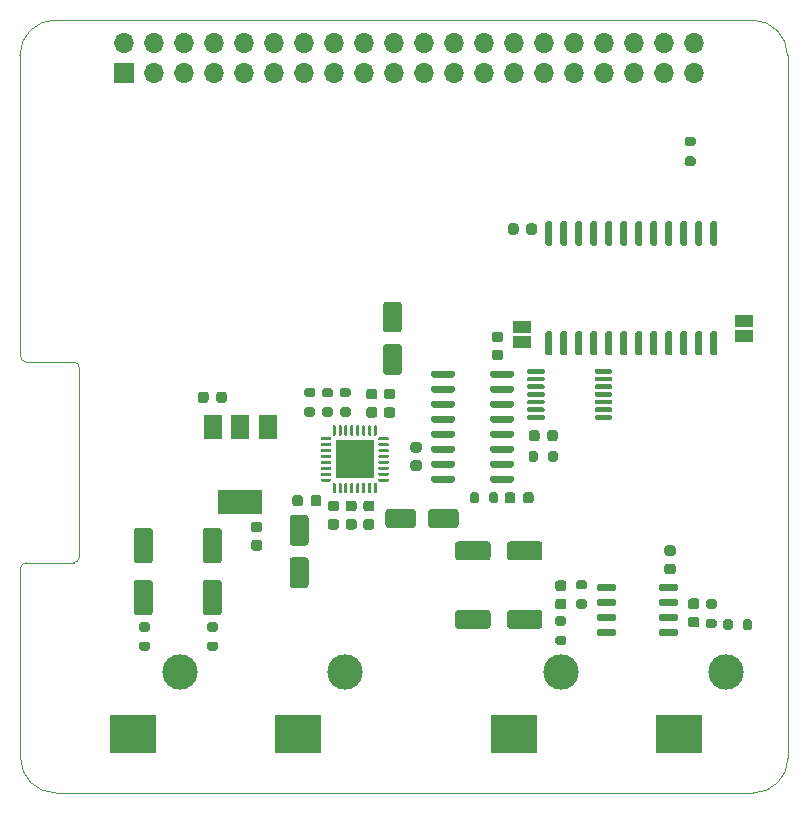
<source format=gts>
G04 #@! TF.GenerationSoftware,KiCad,Pcbnew,5.1.9+dfsg1-1*
G04 #@! TF.CreationDate,2021-11-16T15:54:50+11:00*
G04 #@! TF.ProjectId,RAMPlatterHybrid,52414d50-6c61-4747-9465-724879627269,rev?*
G04 #@! TF.SameCoordinates,Original*
G04 #@! TF.FileFunction,Soldermask,Top*
G04 #@! TF.FilePolarity,Negative*
%FSLAX45Y45*%
G04 Gerber Fmt 4.5, Leading zero omitted, Abs format (unit mm)*
G04 Created by KiCad (PCBNEW 5.1.9+dfsg1-1) date 2021-11-16 15:54:50*
%MOMM*%
%LPD*%
G01*
G04 APERTURE LIST*
G04 #@! TA.AperFunction,Profile*
%ADD10C,0.100000*%
G04 #@! TD*
%ADD11R,4.000000X3.200000*%
%ADD12C,3.000000*%
%ADD13R,3.800000X2.000000*%
%ADD14R,1.500000X2.000000*%
%ADD15R,3.300000X3.300000*%
%ADD16R,1.500000X1.000000*%
%ADD17R,1.700000X1.700000*%
%ADD18O,1.700000X1.700000*%
G04 APERTURE END LIST*
D10*
X20000000Y-9700000D02*
X19995000Y-8755000D01*
X26500000Y-9700000D02*
X26495000Y-8755000D01*
X20049913Y-13050000D02*
G75*
G03*
X20000000Y-13100000I87J-50000D01*
G01*
X20450000Y-13050000D02*
G75*
G03*
X20500000Y-13000000I0J50000D01*
G01*
X20000000Y-11300000D02*
G75*
G03*
X20050000Y-11350000I50000J0D01*
G01*
X20500000Y-11400000D02*
G75*
G03*
X20450000Y-11350000I-50000J0D01*
G01*
X20000000Y-9700000D02*
X20000000Y-11300000D01*
X26495000Y-8755000D02*
G75*
G03*
X26195000Y-8455000I-300000J0D01*
G01*
X26200000Y-15000000D02*
G75*
G03*
X26500000Y-14700000I0J300000D01*
G01*
X20000000Y-14700000D02*
G75*
G03*
X20300000Y-15000000I300000J0D01*
G01*
X20295000Y-8455000D02*
G75*
G03*
X19995000Y-8755000I0J-300000D01*
G01*
X26195000Y-8455000D02*
X20295000Y-8455000D01*
X20450000Y-13050000D02*
X20050000Y-13050000D01*
X20500000Y-11400000D02*
X20500000Y-13000000D01*
X20050000Y-11350000D02*
X20450000Y-11350000D01*
X26500000Y-14700000D02*
X26500000Y-9700000D01*
X20300000Y-15000000D02*
X26200000Y-15000000D01*
X20000000Y-13100000D02*
X20000000Y-14700000D01*
D11*
X22350000Y-14500000D03*
X20950000Y-14500000D03*
D12*
X22750000Y-13975000D03*
X21350000Y-13975000D03*
G36*
G01*
X24489000Y-11295000D02*
X24459000Y-11295000D01*
G75*
G02*
X24444000Y-11280000I0J15000D01*
G01*
X24444000Y-11105000D01*
G75*
G02*
X24459000Y-11090000I15000J0D01*
G01*
X24489000Y-11090000D01*
G75*
G02*
X24504000Y-11105000I0J-15000D01*
G01*
X24504000Y-11280000D01*
G75*
G02*
X24489000Y-11295000I-15000J0D01*
G01*
G37*
G36*
G01*
X24616000Y-11295000D02*
X24586000Y-11295000D01*
G75*
G02*
X24571000Y-11280000I0J15000D01*
G01*
X24571000Y-11105000D01*
G75*
G02*
X24586000Y-11090000I15000J0D01*
G01*
X24616000Y-11090000D01*
G75*
G02*
X24631000Y-11105000I0J-15000D01*
G01*
X24631000Y-11280000D01*
G75*
G02*
X24616000Y-11295000I-15000J0D01*
G01*
G37*
G36*
G01*
X24743000Y-11295000D02*
X24713000Y-11295000D01*
G75*
G02*
X24698000Y-11280000I0J15000D01*
G01*
X24698000Y-11105000D01*
G75*
G02*
X24713000Y-11090000I15000J0D01*
G01*
X24743000Y-11090000D01*
G75*
G02*
X24758000Y-11105000I0J-15000D01*
G01*
X24758000Y-11280000D01*
G75*
G02*
X24743000Y-11295000I-15000J0D01*
G01*
G37*
G36*
G01*
X24870000Y-11295000D02*
X24840000Y-11295000D01*
G75*
G02*
X24825000Y-11280000I0J15000D01*
G01*
X24825000Y-11105000D01*
G75*
G02*
X24840000Y-11090000I15000J0D01*
G01*
X24870000Y-11090000D01*
G75*
G02*
X24885000Y-11105000I0J-15000D01*
G01*
X24885000Y-11280000D01*
G75*
G02*
X24870000Y-11295000I-15000J0D01*
G01*
G37*
G36*
G01*
X24997000Y-11295000D02*
X24967000Y-11295000D01*
G75*
G02*
X24952000Y-11280000I0J15000D01*
G01*
X24952000Y-11105000D01*
G75*
G02*
X24967000Y-11090000I15000J0D01*
G01*
X24997000Y-11090000D01*
G75*
G02*
X25012000Y-11105000I0J-15000D01*
G01*
X25012000Y-11280000D01*
G75*
G02*
X24997000Y-11295000I-15000J0D01*
G01*
G37*
G36*
G01*
X25124000Y-11295000D02*
X25094000Y-11295000D01*
G75*
G02*
X25079000Y-11280000I0J15000D01*
G01*
X25079000Y-11105000D01*
G75*
G02*
X25094000Y-11090000I15000J0D01*
G01*
X25124000Y-11090000D01*
G75*
G02*
X25139000Y-11105000I0J-15000D01*
G01*
X25139000Y-11280000D01*
G75*
G02*
X25124000Y-11295000I-15000J0D01*
G01*
G37*
G36*
G01*
X25251000Y-11295000D02*
X25221000Y-11295000D01*
G75*
G02*
X25206000Y-11280000I0J15000D01*
G01*
X25206000Y-11105000D01*
G75*
G02*
X25221000Y-11090000I15000J0D01*
G01*
X25251000Y-11090000D01*
G75*
G02*
X25266000Y-11105000I0J-15000D01*
G01*
X25266000Y-11280000D01*
G75*
G02*
X25251000Y-11295000I-15000J0D01*
G01*
G37*
G36*
G01*
X25378000Y-11295000D02*
X25348000Y-11295000D01*
G75*
G02*
X25333000Y-11280000I0J15000D01*
G01*
X25333000Y-11105000D01*
G75*
G02*
X25348000Y-11090000I15000J0D01*
G01*
X25378000Y-11090000D01*
G75*
G02*
X25393000Y-11105000I0J-15000D01*
G01*
X25393000Y-11280000D01*
G75*
G02*
X25378000Y-11295000I-15000J0D01*
G01*
G37*
G36*
G01*
X25505000Y-11295000D02*
X25475000Y-11295000D01*
G75*
G02*
X25460000Y-11280000I0J15000D01*
G01*
X25460000Y-11105000D01*
G75*
G02*
X25475000Y-11090000I15000J0D01*
G01*
X25505000Y-11090000D01*
G75*
G02*
X25520000Y-11105000I0J-15000D01*
G01*
X25520000Y-11280000D01*
G75*
G02*
X25505000Y-11295000I-15000J0D01*
G01*
G37*
G36*
G01*
X25632000Y-11295000D02*
X25602000Y-11295000D01*
G75*
G02*
X25587000Y-11280000I0J15000D01*
G01*
X25587000Y-11105000D01*
G75*
G02*
X25602000Y-11090000I15000J0D01*
G01*
X25632000Y-11090000D01*
G75*
G02*
X25647000Y-11105000I0J-15000D01*
G01*
X25647000Y-11280000D01*
G75*
G02*
X25632000Y-11295000I-15000J0D01*
G01*
G37*
G36*
G01*
X25759000Y-11295000D02*
X25729000Y-11295000D01*
G75*
G02*
X25714000Y-11280000I0J15000D01*
G01*
X25714000Y-11105000D01*
G75*
G02*
X25729000Y-11090000I15000J0D01*
G01*
X25759000Y-11090000D01*
G75*
G02*
X25774000Y-11105000I0J-15000D01*
G01*
X25774000Y-11280000D01*
G75*
G02*
X25759000Y-11295000I-15000J0D01*
G01*
G37*
G36*
G01*
X25886000Y-11295000D02*
X25856000Y-11295000D01*
G75*
G02*
X25841000Y-11280000I0J15000D01*
G01*
X25841000Y-11105000D01*
G75*
G02*
X25856000Y-11090000I15000J0D01*
G01*
X25886000Y-11090000D01*
G75*
G02*
X25901000Y-11105000I0J-15000D01*
G01*
X25901000Y-11280000D01*
G75*
G02*
X25886000Y-11295000I-15000J0D01*
G01*
G37*
G36*
G01*
X25886000Y-10365000D02*
X25856000Y-10365000D01*
G75*
G02*
X25841000Y-10350000I0J15000D01*
G01*
X25841000Y-10175000D01*
G75*
G02*
X25856000Y-10160000I15000J0D01*
G01*
X25886000Y-10160000D01*
G75*
G02*
X25901000Y-10175000I0J-15000D01*
G01*
X25901000Y-10350000D01*
G75*
G02*
X25886000Y-10365000I-15000J0D01*
G01*
G37*
G36*
G01*
X25759000Y-10365000D02*
X25729000Y-10365000D01*
G75*
G02*
X25714000Y-10350000I0J15000D01*
G01*
X25714000Y-10175000D01*
G75*
G02*
X25729000Y-10160000I15000J0D01*
G01*
X25759000Y-10160000D01*
G75*
G02*
X25774000Y-10175000I0J-15000D01*
G01*
X25774000Y-10350000D01*
G75*
G02*
X25759000Y-10365000I-15000J0D01*
G01*
G37*
G36*
G01*
X25632000Y-10365000D02*
X25602000Y-10365000D01*
G75*
G02*
X25587000Y-10350000I0J15000D01*
G01*
X25587000Y-10175000D01*
G75*
G02*
X25602000Y-10160000I15000J0D01*
G01*
X25632000Y-10160000D01*
G75*
G02*
X25647000Y-10175000I0J-15000D01*
G01*
X25647000Y-10350000D01*
G75*
G02*
X25632000Y-10365000I-15000J0D01*
G01*
G37*
G36*
G01*
X25505000Y-10365000D02*
X25475000Y-10365000D01*
G75*
G02*
X25460000Y-10350000I0J15000D01*
G01*
X25460000Y-10175000D01*
G75*
G02*
X25475000Y-10160000I15000J0D01*
G01*
X25505000Y-10160000D01*
G75*
G02*
X25520000Y-10175000I0J-15000D01*
G01*
X25520000Y-10350000D01*
G75*
G02*
X25505000Y-10365000I-15000J0D01*
G01*
G37*
G36*
G01*
X25378000Y-10365000D02*
X25348000Y-10365000D01*
G75*
G02*
X25333000Y-10350000I0J15000D01*
G01*
X25333000Y-10175000D01*
G75*
G02*
X25348000Y-10160000I15000J0D01*
G01*
X25378000Y-10160000D01*
G75*
G02*
X25393000Y-10175000I0J-15000D01*
G01*
X25393000Y-10350000D01*
G75*
G02*
X25378000Y-10365000I-15000J0D01*
G01*
G37*
G36*
G01*
X25251000Y-10365000D02*
X25221000Y-10365000D01*
G75*
G02*
X25206000Y-10350000I0J15000D01*
G01*
X25206000Y-10175000D01*
G75*
G02*
X25221000Y-10160000I15000J0D01*
G01*
X25251000Y-10160000D01*
G75*
G02*
X25266000Y-10175000I0J-15000D01*
G01*
X25266000Y-10350000D01*
G75*
G02*
X25251000Y-10365000I-15000J0D01*
G01*
G37*
G36*
G01*
X25124000Y-10365000D02*
X25094000Y-10365000D01*
G75*
G02*
X25079000Y-10350000I0J15000D01*
G01*
X25079000Y-10175000D01*
G75*
G02*
X25094000Y-10160000I15000J0D01*
G01*
X25124000Y-10160000D01*
G75*
G02*
X25139000Y-10175000I0J-15000D01*
G01*
X25139000Y-10350000D01*
G75*
G02*
X25124000Y-10365000I-15000J0D01*
G01*
G37*
G36*
G01*
X24997000Y-10365000D02*
X24967000Y-10365000D01*
G75*
G02*
X24952000Y-10350000I0J15000D01*
G01*
X24952000Y-10175000D01*
G75*
G02*
X24967000Y-10160000I15000J0D01*
G01*
X24997000Y-10160000D01*
G75*
G02*
X25012000Y-10175000I0J-15000D01*
G01*
X25012000Y-10350000D01*
G75*
G02*
X24997000Y-10365000I-15000J0D01*
G01*
G37*
G36*
G01*
X24870000Y-10365000D02*
X24840000Y-10365000D01*
G75*
G02*
X24825000Y-10350000I0J15000D01*
G01*
X24825000Y-10175000D01*
G75*
G02*
X24840000Y-10160000I15000J0D01*
G01*
X24870000Y-10160000D01*
G75*
G02*
X24885000Y-10175000I0J-15000D01*
G01*
X24885000Y-10350000D01*
G75*
G02*
X24870000Y-10365000I-15000J0D01*
G01*
G37*
G36*
G01*
X24743000Y-10365000D02*
X24713000Y-10365000D01*
G75*
G02*
X24698000Y-10350000I0J15000D01*
G01*
X24698000Y-10175000D01*
G75*
G02*
X24713000Y-10160000I15000J0D01*
G01*
X24743000Y-10160000D01*
G75*
G02*
X24758000Y-10175000I0J-15000D01*
G01*
X24758000Y-10350000D01*
G75*
G02*
X24743000Y-10365000I-15000J0D01*
G01*
G37*
G36*
G01*
X24616000Y-10365000D02*
X24586000Y-10365000D01*
G75*
G02*
X24571000Y-10350000I0J15000D01*
G01*
X24571000Y-10175000D01*
G75*
G02*
X24586000Y-10160000I15000J0D01*
G01*
X24616000Y-10160000D01*
G75*
G02*
X24631000Y-10175000I0J-15000D01*
G01*
X24631000Y-10350000D01*
G75*
G02*
X24616000Y-10365000I-15000J0D01*
G01*
G37*
G36*
G01*
X24489000Y-10365000D02*
X24459000Y-10365000D01*
G75*
G02*
X24444000Y-10350000I0J15000D01*
G01*
X24444000Y-10175000D01*
G75*
G02*
X24459000Y-10160000I15000J0D01*
G01*
X24489000Y-10160000D01*
G75*
G02*
X24504000Y-10175000I0J-15000D01*
G01*
X24504000Y-10350000D01*
G75*
G02*
X24489000Y-10365000I-15000J0D01*
G01*
G37*
G36*
G01*
X21652500Y-13797500D02*
X21597500Y-13797500D01*
G75*
G02*
X21577500Y-13777500I0J20000D01*
G01*
X21577500Y-13737500D01*
G75*
G02*
X21597500Y-13717500I20000J0D01*
G01*
X21652500Y-13717500D01*
G75*
G02*
X21672500Y-13737500I0J-20000D01*
G01*
X21672500Y-13777500D01*
G75*
G02*
X21652500Y-13797500I-20000J0D01*
G01*
G37*
G36*
G01*
X21652500Y-13632500D02*
X21597500Y-13632500D01*
G75*
G02*
X21577500Y-13612500I0J20000D01*
G01*
X21577500Y-13572500D01*
G75*
G02*
X21597500Y-13552500I20000J0D01*
G01*
X21652500Y-13552500D01*
G75*
G02*
X21672500Y-13572500I0J-20000D01*
G01*
X21672500Y-13612500D01*
G75*
G02*
X21652500Y-13632500I-20000J0D01*
G01*
G37*
G36*
G01*
X21077500Y-13632500D02*
X21022500Y-13632500D01*
G75*
G02*
X21002500Y-13612500I0J20000D01*
G01*
X21002500Y-13572500D01*
G75*
G02*
X21022500Y-13552500I20000J0D01*
G01*
X21077500Y-13552500D01*
G75*
G02*
X21097500Y-13572500I0J-20000D01*
G01*
X21097500Y-13612500D01*
G75*
G02*
X21077500Y-13632500I-20000J0D01*
G01*
G37*
G36*
G01*
X21077500Y-13797500D02*
X21022500Y-13797500D01*
G75*
G02*
X21002500Y-13777500I0J20000D01*
G01*
X21002500Y-13737500D01*
G75*
G02*
X21022500Y-13717500I20000J0D01*
G01*
X21077500Y-13717500D01*
G75*
G02*
X21097500Y-13737500I0J-20000D01*
G01*
X21097500Y-13777500D01*
G75*
G02*
X21077500Y-13797500I-20000J0D01*
G01*
G37*
G36*
G01*
X22477500Y-11815000D02*
X22422500Y-11815000D01*
G75*
G02*
X22402500Y-11795000I0J20000D01*
G01*
X22402500Y-11755000D01*
G75*
G02*
X22422500Y-11735000I20000J0D01*
G01*
X22477500Y-11735000D01*
G75*
G02*
X22497500Y-11755000I0J-20000D01*
G01*
X22497500Y-11795000D01*
G75*
G02*
X22477500Y-11815000I-20000J0D01*
G01*
G37*
G36*
G01*
X22477500Y-11650000D02*
X22422500Y-11650000D01*
G75*
G02*
X22402500Y-11630000I0J20000D01*
G01*
X22402500Y-11590000D01*
G75*
G02*
X22422500Y-11570000I20000J0D01*
G01*
X22477500Y-11570000D01*
G75*
G02*
X22497500Y-11590000I0J-20000D01*
G01*
X22497500Y-11630000D01*
G75*
G02*
X22477500Y-11650000I-20000J0D01*
G01*
G37*
G36*
G01*
X25697500Y-9525000D02*
X25642500Y-9525000D01*
G75*
G02*
X25622500Y-9505000I0J20000D01*
G01*
X25622500Y-9465000D01*
G75*
G02*
X25642500Y-9445000I20000J0D01*
G01*
X25697500Y-9445000D01*
G75*
G02*
X25717500Y-9465000I0J-20000D01*
G01*
X25717500Y-9505000D01*
G75*
G02*
X25697500Y-9525000I-20000J0D01*
G01*
G37*
G36*
G01*
X25697500Y-9690000D02*
X25642500Y-9690000D01*
G75*
G02*
X25622500Y-9670000I0J20000D01*
G01*
X25622500Y-9630000D01*
G75*
G02*
X25642500Y-9610000I20000J0D01*
G01*
X25697500Y-9610000D01*
G75*
G02*
X25717500Y-9630000I0J-20000D01*
G01*
X25717500Y-9670000D01*
G75*
G02*
X25697500Y-9690000I-20000J0D01*
G01*
G37*
G36*
G01*
X22627500Y-11650000D02*
X22572500Y-11650000D01*
G75*
G02*
X22552500Y-11630000I0J20000D01*
G01*
X22552500Y-11590000D01*
G75*
G02*
X22572500Y-11570000I20000J0D01*
G01*
X22627500Y-11570000D01*
G75*
G02*
X22647500Y-11590000I0J-20000D01*
G01*
X22647500Y-11630000D01*
G75*
G02*
X22627500Y-11650000I-20000J0D01*
G01*
G37*
G36*
G01*
X22627500Y-11815000D02*
X22572500Y-11815000D01*
G75*
G02*
X22552500Y-11795000I0J20000D01*
G01*
X22552500Y-11755000D01*
G75*
G02*
X22572500Y-11735000I20000J0D01*
G01*
X22627500Y-11735000D01*
G75*
G02*
X22647500Y-11755000I0J-20000D01*
G01*
X22647500Y-11795000D01*
G75*
G02*
X22627500Y-11815000I-20000J0D01*
G01*
G37*
G36*
G01*
X22777500Y-11815000D02*
X22722500Y-11815000D01*
G75*
G02*
X22702500Y-11795000I0J20000D01*
G01*
X22702500Y-11755000D01*
G75*
G02*
X22722500Y-11735000I20000J0D01*
G01*
X22777500Y-11735000D01*
G75*
G02*
X22797500Y-11755000I0J-20000D01*
G01*
X22797500Y-11795000D01*
G75*
G02*
X22777500Y-11815000I-20000J0D01*
G01*
G37*
G36*
G01*
X22777500Y-11650000D02*
X22722500Y-11650000D01*
G75*
G02*
X22702500Y-11630000I0J20000D01*
G01*
X22702500Y-11590000D01*
G75*
G02*
X22722500Y-11570000I20000J0D01*
G01*
X22777500Y-11570000D01*
G75*
G02*
X22797500Y-11590000I0J-20000D01*
G01*
X22797500Y-11630000D01*
G75*
G02*
X22777500Y-11650000I-20000J0D01*
G01*
G37*
D13*
X21862500Y-12532500D03*
D14*
X21862500Y-11902500D03*
X21632500Y-11902500D03*
X22092500Y-11902500D03*
G36*
G01*
X23000000Y-11887500D02*
X23012500Y-11887500D01*
G75*
G02*
X23018750Y-11893750I0J-6250D01*
G01*
X23018750Y-11968750D01*
G75*
G02*
X23012500Y-11975000I-6250J0D01*
G01*
X23000000Y-11975000D01*
G75*
G02*
X22993750Y-11968750I0J6250D01*
G01*
X22993750Y-11893750D01*
G75*
G02*
X23000000Y-11887500I6250J0D01*
G01*
G37*
G36*
G01*
X22950000Y-11887500D02*
X22962500Y-11887500D01*
G75*
G02*
X22968750Y-11893750I0J-6250D01*
G01*
X22968750Y-11968750D01*
G75*
G02*
X22962500Y-11975000I-6250J0D01*
G01*
X22950000Y-11975000D01*
G75*
G02*
X22943750Y-11968750I0J6250D01*
G01*
X22943750Y-11893750D01*
G75*
G02*
X22950000Y-11887500I6250J0D01*
G01*
G37*
G36*
G01*
X22900000Y-11887500D02*
X22912500Y-11887500D01*
G75*
G02*
X22918750Y-11893750I0J-6250D01*
G01*
X22918750Y-11968750D01*
G75*
G02*
X22912500Y-11975000I-6250J0D01*
G01*
X22900000Y-11975000D01*
G75*
G02*
X22893750Y-11968750I0J6250D01*
G01*
X22893750Y-11893750D01*
G75*
G02*
X22900000Y-11887500I6250J0D01*
G01*
G37*
G36*
G01*
X22850000Y-11887500D02*
X22862500Y-11887500D01*
G75*
G02*
X22868750Y-11893750I0J-6250D01*
G01*
X22868750Y-11968750D01*
G75*
G02*
X22862500Y-11975000I-6250J0D01*
G01*
X22850000Y-11975000D01*
G75*
G02*
X22843750Y-11968750I0J6250D01*
G01*
X22843750Y-11893750D01*
G75*
G02*
X22850000Y-11887500I6250J0D01*
G01*
G37*
G36*
G01*
X22800000Y-11887500D02*
X22812500Y-11887500D01*
G75*
G02*
X22818750Y-11893750I0J-6250D01*
G01*
X22818750Y-11968750D01*
G75*
G02*
X22812500Y-11975000I-6250J0D01*
G01*
X22800000Y-11975000D01*
G75*
G02*
X22793750Y-11968750I0J6250D01*
G01*
X22793750Y-11893750D01*
G75*
G02*
X22800000Y-11887500I6250J0D01*
G01*
G37*
G36*
G01*
X22750000Y-11887500D02*
X22762500Y-11887500D01*
G75*
G02*
X22768750Y-11893750I0J-6250D01*
G01*
X22768750Y-11968750D01*
G75*
G02*
X22762500Y-11975000I-6250J0D01*
G01*
X22750000Y-11975000D01*
G75*
G02*
X22743750Y-11968750I0J6250D01*
G01*
X22743750Y-11893750D01*
G75*
G02*
X22750000Y-11887500I6250J0D01*
G01*
G37*
G36*
G01*
X22700000Y-11887500D02*
X22712500Y-11887500D01*
G75*
G02*
X22718750Y-11893750I0J-6250D01*
G01*
X22718750Y-11968750D01*
G75*
G02*
X22712500Y-11975000I-6250J0D01*
G01*
X22700000Y-11975000D01*
G75*
G02*
X22693750Y-11968750I0J6250D01*
G01*
X22693750Y-11893750D01*
G75*
G02*
X22700000Y-11887500I6250J0D01*
G01*
G37*
G36*
G01*
X22650000Y-11887500D02*
X22662500Y-11887500D01*
G75*
G02*
X22668750Y-11893750I0J-6250D01*
G01*
X22668750Y-11968750D01*
G75*
G02*
X22662500Y-11975000I-6250J0D01*
G01*
X22650000Y-11975000D01*
G75*
G02*
X22643750Y-11968750I0J6250D01*
G01*
X22643750Y-11893750D01*
G75*
G02*
X22650000Y-11887500I6250J0D01*
G01*
G37*
G36*
G01*
X22550000Y-11987500D02*
X22625000Y-11987500D01*
G75*
G02*
X22631250Y-11993750I0J-6250D01*
G01*
X22631250Y-12006250D01*
G75*
G02*
X22625000Y-12012500I-6250J0D01*
G01*
X22550000Y-12012500D01*
G75*
G02*
X22543750Y-12006250I0J6250D01*
G01*
X22543750Y-11993750D01*
G75*
G02*
X22550000Y-11987500I6250J0D01*
G01*
G37*
G36*
G01*
X22550000Y-12037500D02*
X22625000Y-12037500D01*
G75*
G02*
X22631250Y-12043750I0J-6250D01*
G01*
X22631250Y-12056250D01*
G75*
G02*
X22625000Y-12062500I-6250J0D01*
G01*
X22550000Y-12062500D01*
G75*
G02*
X22543750Y-12056250I0J6250D01*
G01*
X22543750Y-12043750D01*
G75*
G02*
X22550000Y-12037500I6250J0D01*
G01*
G37*
G36*
G01*
X22550000Y-12087500D02*
X22625000Y-12087500D01*
G75*
G02*
X22631250Y-12093750I0J-6250D01*
G01*
X22631250Y-12106250D01*
G75*
G02*
X22625000Y-12112500I-6250J0D01*
G01*
X22550000Y-12112500D01*
G75*
G02*
X22543750Y-12106250I0J6250D01*
G01*
X22543750Y-12093750D01*
G75*
G02*
X22550000Y-12087500I6250J0D01*
G01*
G37*
G36*
G01*
X22550000Y-12137500D02*
X22625000Y-12137500D01*
G75*
G02*
X22631250Y-12143750I0J-6250D01*
G01*
X22631250Y-12156250D01*
G75*
G02*
X22625000Y-12162500I-6250J0D01*
G01*
X22550000Y-12162500D01*
G75*
G02*
X22543750Y-12156250I0J6250D01*
G01*
X22543750Y-12143750D01*
G75*
G02*
X22550000Y-12137500I6250J0D01*
G01*
G37*
G36*
G01*
X22550000Y-12187500D02*
X22625000Y-12187500D01*
G75*
G02*
X22631250Y-12193750I0J-6250D01*
G01*
X22631250Y-12206250D01*
G75*
G02*
X22625000Y-12212500I-6250J0D01*
G01*
X22550000Y-12212500D01*
G75*
G02*
X22543750Y-12206250I0J6250D01*
G01*
X22543750Y-12193750D01*
G75*
G02*
X22550000Y-12187500I6250J0D01*
G01*
G37*
G36*
G01*
X22550000Y-12237500D02*
X22625000Y-12237500D01*
G75*
G02*
X22631250Y-12243750I0J-6250D01*
G01*
X22631250Y-12256250D01*
G75*
G02*
X22625000Y-12262500I-6250J0D01*
G01*
X22550000Y-12262500D01*
G75*
G02*
X22543750Y-12256250I0J6250D01*
G01*
X22543750Y-12243750D01*
G75*
G02*
X22550000Y-12237500I6250J0D01*
G01*
G37*
G36*
G01*
X22550000Y-12287500D02*
X22625000Y-12287500D01*
G75*
G02*
X22631250Y-12293750I0J-6250D01*
G01*
X22631250Y-12306250D01*
G75*
G02*
X22625000Y-12312500I-6250J0D01*
G01*
X22550000Y-12312500D01*
G75*
G02*
X22543750Y-12306250I0J6250D01*
G01*
X22543750Y-12293750D01*
G75*
G02*
X22550000Y-12287500I6250J0D01*
G01*
G37*
G36*
G01*
X22550000Y-12337500D02*
X22625000Y-12337500D01*
G75*
G02*
X22631250Y-12343750I0J-6250D01*
G01*
X22631250Y-12356250D01*
G75*
G02*
X22625000Y-12362500I-6250J0D01*
G01*
X22550000Y-12362500D01*
G75*
G02*
X22543750Y-12356250I0J6250D01*
G01*
X22543750Y-12343750D01*
G75*
G02*
X22550000Y-12337500I6250J0D01*
G01*
G37*
G36*
G01*
X22650000Y-12375000D02*
X22662500Y-12375000D01*
G75*
G02*
X22668750Y-12381250I0J-6250D01*
G01*
X22668750Y-12456250D01*
G75*
G02*
X22662500Y-12462500I-6250J0D01*
G01*
X22650000Y-12462500D01*
G75*
G02*
X22643750Y-12456250I0J6250D01*
G01*
X22643750Y-12381250D01*
G75*
G02*
X22650000Y-12375000I6250J0D01*
G01*
G37*
G36*
G01*
X22700000Y-12375000D02*
X22712500Y-12375000D01*
G75*
G02*
X22718750Y-12381250I0J-6250D01*
G01*
X22718750Y-12456250D01*
G75*
G02*
X22712500Y-12462500I-6250J0D01*
G01*
X22700000Y-12462500D01*
G75*
G02*
X22693750Y-12456250I0J6250D01*
G01*
X22693750Y-12381250D01*
G75*
G02*
X22700000Y-12375000I6250J0D01*
G01*
G37*
G36*
G01*
X22750000Y-12375000D02*
X22762500Y-12375000D01*
G75*
G02*
X22768750Y-12381250I0J-6250D01*
G01*
X22768750Y-12456250D01*
G75*
G02*
X22762500Y-12462500I-6250J0D01*
G01*
X22750000Y-12462500D01*
G75*
G02*
X22743750Y-12456250I0J6250D01*
G01*
X22743750Y-12381250D01*
G75*
G02*
X22750000Y-12375000I6250J0D01*
G01*
G37*
G36*
G01*
X22800000Y-12375000D02*
X22812500Y-12375000D01*
G75*
G02*
X22818750Y-12381250I0J-6250D01*
G01*
X22818750Y-12456250D01*
G75*
G02*
X22812500Y-12462500I-6250J0D01*
G01*
X22800000Y-12462500D01*
G75*
G02*
X22793750Y-12456250I0J6250D01*
G01*
X22793750Y-12381250D01*
G75*
G02*
X22800000Y-12375000I6250J0D01*
G01*
G37*
G36*
G01*
X22850000Y-12375000D02*
X22862500Y-12375000D01*
G75*
G02*
X22868750Y-12381250I0J-6250D01*
G01*
X22868750Y-12456250D01*
G75*
G02*
X22862500Y-12462500I-6250J0D01*
G01*
X22850000Y-12462500D01*
G75*
G02*
X22843750Y-12456250I0J6250D01*
G01*
X22843750Y-12381250D01*
G75*
G02*
X22850000Y-12375000I6250J0D01*
G01*
G37*
G36*
G01*
X22900000Y-12375000D02*
X22912500Y-12375000D01*
G75*
G02*
X22918750Y-12381250I0J-6250D01*
G01*
X22918750Y-12456250D01*
G75*
G02*
X22912500Y-12462500I-6250J0D01*
G01*
X22900000Y-12462500D01*
G75*
G02*
X22893750Y-12456250I0J6250D01*
G01*
X22893750Y-12381250D01*
G75*
G02*
X22900000Y-12375000I6250J0D01*
G01*
G37*
G36*
G01*
X22950000Y-12375000D02*
X22962500Y-12375000D01*
G75*
G02*
X22968750Y-12381250I0J-6250D01*
G01*
X22968750Y-12456250D01*
G75*
G02*
X22962500Y-12462500I-6250J0D01*
G01*
X22950000Y-12462500D01*
G75*
G02*
X22943750Y-12456250I0J6250D01*
G01*
X22943750Y-12381250D01*
G75*
G02*
X22950000Y-12375000I6250J0D01*
G01*
G37*
G36*
G01*
X23000000Y-12375000D02*
X23012500Y-12375000D01*
G75*
G02*
X23018750Y-12381250I0J-6250D01*
G01*
X23018750Y-12456250D01*
G75*
G02*
X23012500Y-12462500I-6250J0D01*
G01*
X23000000Y-12462500D01*
G75*
G02*
X22993750Y-12456250I0J6250D01*
G01*
X22993750Y-12381250D01*
G75*
G02*
X23000000Y-12375000I6250J0D01*
G01*
G37*
G36*
G01*
X23037500Y-12337500D02*
X23112500Y-12337500D01*
G75*
G02*
X23118750Y-12343750I0J-6250D01*
G01*
X23118750Y-12356250D01*
G75*
G02*
X23112500Y-12362500I-6250J0D01*
G01*
X23037500Y-12362500D01*
G75*
G02*
X23031250Y-12356250I0J6250D01*
G01*
X23031250Y-12343750D01*
G75*
G02*
X23037500Y-12337500I6250J0D01*
G01*
G37*
G36*
G01*
X23037500Y-12287500D02*
X23112500Y-12287500D01*
G75*
G02*
X23118750Y-12293750I0J-6250D01*
G01*
X23118750Y-12306250D01*
G75*
G02*
X23112500Y-12312500I-6250J0D01*
G01*
X23037500Y-12312500D01*
G75*
G02*
X23031250Y-12306250I0J6250D01*
G01*
X23031250Y-12293750D01*
G75*
G02*
X23037500Y-12287500I6250J0D01*
G01*
G37*
G36*
G01*
X23037500Y-12237500D02*
X23112500Y-12237500D01*
G75*
G02*
X23118750Y-12243750I0J-6250D01*
G01*
X23118750Y-12256250D01*
G75*
G02*
X23112500Y-12262500I-6250J0D01*
G01*
X23037500Y-12262500D01*
G75*
G02*
X23031250Y-12256250I0J6250D01*
G01*
X23031250Y-12243750D01*
G75*
G02*
X23037500Y-12237500I6250J0D01*
G01*
G37*
G36*
G01*
X23037500Y-12187500D02*
X23112500Y-12187500D01*
G75*
G02*
X23118750Y-12193750I0J-6250D01*
G01*
X23118750Y-12206250D01*
G75*
G02*
X23112500Y-12212500I-6250J0D01*
G01*
X23037500Y-12212500D01*
G75*
G02*
X23031250Y-12206250I0J6250D01*
G01*
X23031250Y-12193750D01*
G75*
G02*
X23037500Y-12187500I6250J0D01*
G01*
G37*
G36*
G01*
X23037500Y-12137500D02*
X23112500Y-12137500D01*
G75*
G02*
X23118750Y-12143750I0J-6250D01*
G01*
X23118750Y-12156250D01*
G75*
G02*
X23112500Y-12162500I-6250J0D01*
G01*
X23037500Y-12162500D01*
G75*
G02*
X23031250Y-12156250I0J6250D01*
G01*
X23031250Y-12143750D01*
G75*
G02*
X23037500Y-12137500I6250J0D01*
G01*
G37*
G36*
G01*
X23037500Y-12087500D02*
X23112500Y-12087500D01*
G75*
G02*
X23118750Y-12093750I0J-6250D01*
G01*
X23118750Y-12106250D01*
G75*
G02*
X23112500Y-12112500I-6250J0D01*
G01*
X23037500Y-12112500D01*
G75*
G02*
X23031250Y-12106250I0J6250D01*
G01*
X23031250Y-12093750D01*
G75*
G02*
X23037500Y-12087500I6250J0D01*
G01*
G37*
G36*
G01*
X23037500Y-12037500D02*
X23112500Y-12037500D01*
G75*
G02*
X23118750Y-12043750I0J-6250D01*
G01*
X23118750Y-12056250D01*
G75*
G02*
X23112500Y-12062500I-6250J0D01*
G01*
X23037500Y-12062500D01*
G75*
G02*
X23031250Y-12056250I0J6250D01*
G01*
X23031250Y-12043750D01*
G75*
G02*
X23037500Y-12037500I6250J0D01*
G01*
G37*
G36*
G01*
X23037500Y-11987500D02*
X23112500Y-11987500D01*
G75*
G02*
X23118750Y-11993750I0J-6250D01*
G01*
X23118750Y-12006250D01*
G75*
G02*
X23112500Y-12012500I-6250J0D01*
G01*
X23037500Y-12012500D01*
G75*
G02*
X23031250Y-12006250I0J6250D01*
G01*
X23031250Y-11993750D01*
G75*
G02*
X23037500Y-11987500I6250J0D01*
G01*
G37*
D15*
X22831250Y-12175000D03*
G36*
G01*
X25675000Y-13507500D02*
X25725000Y-13507500D01*
G75*
G02*
X25747500Y-13530000I0J-22500D01*
G01*
X25747500Y-13575000D01*
G75*
G02*
X25725000Y-13597500I-22500J0D01*
G01*
X25675000Y-13597500D01*
G75*
G02*
X25652500Y-13575000I0J22500D01*
G01*
X25652500Y-13530000D01*
G75*
G02*
X25675000Y-13507500I22500J0D01*
G01*
G37*
G36*
G01*
X25675000Y-13352500D02*
X25725000Y-13352500D01*
G75*
G02*
X25747500Y-13375000I0J-22500D01*
G01*
X25747500Y-13420000D01*
G75*
G02*
X25725000Y-13442500I-22500J0D01*
G01*
X25675000Y-13442500D01*
G75*
G02*
X25652500Y-13420000I0J22500D01*
G01*
X25652500Y-13375000D01*
G75*
G02*
X25675000Y-13352500I22500J0D01*
G01*
G37*
G36*
G01*
X24550000Y-13200000D02*
X24600000Y-13200000D01*
G75*
G02*
X24622500Y-13222500I0J-22500D01*
G01*
X24622500Y-13267500D01*
G75*
G02*
X24600000Y-13290000I-22500J0D01*
G01*
X24550000Y-13290000D01*
G75*
G02*
X24527500Y-13267500I0J22500D01*
G01*
X24527500Y-13222500D01*
G75*
G02*
X24550000Y-13200000I22500J0D01*
G01*
G37*
G36*
G01*
X24550000Y-13355000D02*
X24600000Y-13355000D01*
G75*
G02*
X24622500Y-13377500I0J-22500D01*
G01*
X24622500Y-13422500D01*
G75*
G02*
X24600000Y-13445000I-22500J0D01*
G01*
X24550000Y-13445000D01*
G75*
G02*
X24527500Y-13422500I0J22500D01*
G01*
X24527500Y-13377500D01*
G75*
G02*
X24550000Y-13355000I22500J0D01*
G01*
G37*
G36*
G01*
X21592500Y-11625000D02*
X21592500Y-11675000D01*
G75*
G02*
X21570000Y-11697500I-22500J0D01*
G01*
X21525000Y-11697500D01*
G75*
G02*
X21502500Y-11675000I0J22500D01*
G01*
X21502500Y-11625000D01*
G75*
G02*
X21525000Y-11602500I22500J0D01*
G01*
X21570000Y-11602500D01*
G75*
G02*
X21592500Y-11625000I0J-22500D01*
G01*
G37*
G36*
G01*
X21747500Y-11625000D02*
X21747500Y-11675000D01*
G75*
G02*
X21725000Y-11697500I-22500J0D01*
G01*
X21680000Y-11697500D01*
G75*
G02*
X21657500Y-11675000I0J22500D01*
G01*
X21657500Y-11625000D01*
G75*
G02*
X21680000Y-11602500I22500J0D01*
G01*
X21725000Y-11602500D01*
G75*
G02*
X21747500Y-11625000I0J-22500D01*
G01*
G37*
G36*
G01*
X22625000Y-12525000D02*
X22675000Y-12525000D01*
G75*
G02*
X22697500Y-12547500I0J-22500D01*
G01*
X22697500Y-12592500D01*
G75*
G02*
X22675000Y-12615000I-22500J0D01*
G01*
X22625000Y-12615000D01*
G75*
G02*
X22602500Y-12592500I0J22500D01*
G01*
X22602500Y-12547500D01*
G75*
G02*
X22625000Y-12525000I22500J0D01*
G01*
G37*
G36*
G01*
X22625000Y-12680000D02*
X22675000Y-12680000D01*
G75*
G02*
X22697500Y-12702500I0J-22500D01*
G01*
X22697500Y-12747500D01*
G75*
G02*
X22675000Y-12770000I-22500J0D01*
G01*
X22625000Y-12770000D01*
G75*
G02*
X22602500Y-12747500I0J22500D01*
G01*
X22602500Y-12702500D01*
G75*
G02*
X22625000Y-12680000I22500J0D01*
G01*
G37*
G36*
G01*
X22392500Y-12500000D02*
X22392500Y-12550000D01*
G75*
G02*
X22370000Y-12572500I-22500J0D01*
G01*
X22325000Y-12572500D01*
G75*
G02*
X22302500Y-12550000I0J22500D01*
G01*
X22302500Y-12500000D01*
G75*
G02*
X22325000Y-12477500I22500J0D01*
G01*
X22370000Y-12477500D01*
G75*
G02*
X22392500Y-12500000I0J-22500D01*
G01*
G37*
G36*
G01*
X22547500Y-12500000D02*
X22547500Y-12550000D01*
G75*
G02*
X22525000Y-12572500I-22500J0D01*
G01*
X22480000Y-12572500D01*
G75*
G02*
X22457500Y-12550000I0J22500D01*
G01*
X22457500Y-12500000D01*
G75*
G02*
X22480000Y-12477500I22500J0D01*
G01*
X22525000Y-12477500D01*
G75*
G02*
X22547500Y-12500000I0J-22500D01*
G01*
G37*
G36*
G01*
X21975000Y-12702500D02*
X22025000Y-12702500D01*
G75*
G02*
X22047500Y-12725000I0J-22500D01*
G01*
X22047500Y-12770000D01*
G75*
G02*
X22025000Y-12792500I-22500J0D01*
G01*
X21975000Y-12792500D01*
G75*
G02*
X21952500Y-12770000I0J22500D01*
G01*
X21952500Y-12725000D01*
G75*
G02*
X21975000Y-12702500I22500J0D01*
G01*
G37*
G36*
G01*
X21975000Y-12857500D02*
X22025000Y-12857500D01*
G75*
G02*
X22047500Y-12880000I0J-22500D01*
G01*
X22047500Y-12925000D01*
G75*
G02*
X22025000Y-12947500I-22500J0D01*
G01*
X21975000Y-12947500D01*
G75*
G02*
X21952500Y-12925000I0J22500D01*
G01*
X21952500Y-12880000D01*
G75*
G02*
X21975000Y-12857500I22500J0D01*
G01*
G37*
G36*
G01*
X23150000Y-11667500D02*
X23100000Y-11667500D01*
G75*
G02*
X23077500Y-11645000I0J22500D01*
G01*
X23077500Y-11600000D01*
G75*
G02*
X23100000Y-11577500I22500J0D01*
G01*
X23150000Y-11577500D01*
G75*
G02*
X23172500Y-11600000I0J-22500D01*
G01*
X23172500Y-11645000D01*
G75*
G02*
X23150000Y-11667500I-22500J0D01*
G01*
G37*
G36*
G01*
X23150000Y-11822500D02*
X23100000Y-11822500D01*
G75*
G02*
X23077500Y-11800000I0J22500D01*
G01*
X23077500Y-11755000D01*
G75*
G02*
X23100000Y-11732500I22500J0D01*
G01*
X23150000Y-11732500D01*
G75*
G02*
X23172500Y-11755000I0J-22500D01*
G01*
X23172500Y-11800000D01*
G75*
G02*
X23150000Y-11822500I-22500J0D01*
G01*
G37*
G36*
G01*
X23000000Y-11822500D02*
X22950000Y-11822500D01*
G75*
G02*
X22927500Y-11800000I0J22500D01*
G01*
X22927500Y-11755000D01*
G75*
G02*
X22950000Y-11732500I22500J0D01*
G01*
X23000000Y-11732500D01*
G75*
G02*
X23022500Y-11755000I0J-22500D01*
G01*
X23022500Y-11800000D01*
G75*
G02*
X23000000Y-11822500I-22500J0D01*
G01*
G37*
G36*
G01*
X23000000Y-11667500D02*
X22950000Y-11667500D01*
G75*
G02*
X22927500Y-11645000I0J22500D01*
G01*
X22927500Y-11600000D01*
G75*
G02*
X22950000Y-11577500I22500J0D01*
G01*
X23000000Y-11577500D01*
G75*
G02*
X23022500Y-11600000I0J-22500D01*
G01*
X23022500Y-11645000D01*
G75*
G02*
X23000000Y-11667500I-22500J0D01*
G01*
G37*
G36*
G01*
X22925000Y-12525000D02*
X22975000Y-12525000D01*
G75*
G02*
X22997500Y-12547500I0J-22500D01*
G01*
X22997500Y-12592500D01*
G75*
G02*
X22975000Y-12615000I-22500J0D01*
G01*
X22925000Y-12615000D01*
G75*
G02*
X22902500Y-12592500I0J22500D01*
G01*
X22902500Y-12547500D01*
G75*
G02*
X22925000Y-12525000I22500J0D01*
G01*
G37*
G36*
G01*
X22925000Y-12680000D02*
X22975000Y-12680000D01*
G75*
G02*
X22997500Y-12702500I0J-22500D01*
G01*
X22997500Y-12747500D01*
G75*
G02*
X22975000Y-12770000I-22500J0D01*
G01*
X22925000Y-12770000D01*
G75*
G02*
X22902500Y-12747500I0J22500D01*
G01*
X22902500Y-12702500D01*
G75*
G02*
X22925000Y-12680000I22500J0D01*
G01*
G37*
G36*
G01*
X22775000Y-12525000D02*
X22825000Y-12525000D01*
G75*
G02*
X22847500Y-12547500I0J-22500D01*
G01*
X22847500Y-12592500D01*
G75*
G02*
X22825000Y-12615000I-22500J0D01*
G01*
X22775000Y-12615000D01*
G75*
G02*
X22752500Y-12592500I0J22500D01*
G01*
X22752500Y-12547500D01*
G75*
G02*
X22775000Y-12525000I22500J0D01*
G01*
G37*
G36*
G01*
X22775000Y-12680000D02*
X22825000Y-12680000D01*
G75*
G02*
X22847500Y-12702500I0J-22500D01*
G01*
X22847500Y-12747500D01*
G75*
G02*
X22825000Y-12770000I-22500J0D01*
G01*
X22775000Y-12770000D01*
G75*
G02*
X22752500Y-12747500I0J22500D01*
G01*
X22752500Y-12702500D01*
G75*
G02*
X22775000Y-12680000I22500J0D01*
G01*
G37*
G36*
G01*
X25475000Y-13057500D02*
X25525000Y-13057500D01*
G75*
G02*
X25547500Y-13080000I0J-22500D01*
G01*
X25547500Y-13125000D01*
G75*
G02*
X25525000Y-13147500I-22500J0D01*
G01*
X25475000Y-13147500D01*
G75*
G02*
X25452500Y-13125000I0J22500D01*
G01*
X25452500Y-13080000D01*
G75*
G02*
X25475000Y-13057500I22500J0D01*
G01*
G37*
G36*
G01*
X25475000Y-12902500D02*
X25525000Y-12902500D01*
G75*
G02*
X25547500Y-12925000I0J-22500D01*
G01*
X25547500Y-12970000D01*
G75*
G02*
X25525000Y-12992500I-22500J0D01*
G01*
X25475000Y-12992500D01*
G75*
G02*
X25452500Y-12970000I0J22500D01*
G01*
X25452500Y-12925000D01*
G75*
G02*
X25475000Y-12902500I22500J0D01*
G01*
G37*
G36*
G01*
X26032500Y-13547500D02*
X26032500Y-13602500D01*
G75*
G02*
X26012500Y-13622500I-20000J0D01*
G01*
X25972500Y-13622500D01*
G75*
G02*
X25952500Y-13602500I0J20000D01*
G01*
X25952500Y-13547500D01*
G75*
G02*
X25972500Y-13527500I20000J0D01*
G01*
X26012500Y-13527500D01*
G75*
G02*
X26032500Y-13547500I0J-20000D01*
G01*
G37*
G36*
G01*
X26197500Y-13547500D02*
X26197500Y-13602500D01*
G75*
G02*
X26177500Y-13622500I-20000J0D01*
G01*
X26137500Y-13622500D01*
G75*
G02*
X26117500Y-13602500I0J20000D01*
G01*
X26117500Y-13547500D01*
G75*
G02*
X26137500Y-13527500I20000J0D01*
G01*
X26177500Y-13527500D01*
G75*
G02*
X26197500Y-13547500I0J-20000D01*
G01*
G37*
G36*
G01*
X24602500Y-13747500D02*
X24547500Y-13747500D01*
G75*
G02*
X24527500Y-13727500I0J20000D01*
G01*
X24527500Y-13687500D01*
G75*
G02*
X24547500Y-13667500I20000J0D01*
G01*
X24602500Y-13667500D01*
G75*
G02*
X24622500Y-13687500I0J-20000D01*
G01*
X24622500Y-13727500D01*
G75*
G02*
X24602500Y-13747500I-20000J0D01*
G01*
G37*
G36*
G01*
X24602500Y-13582500D02*
X24547500Y-13582500D01*
G75*
G02*
X24527500Y-13562500I0J20000D01*
G01*
X24527500Y-13522500D01*
G75*
G02*
X24547500Y-13502500I20000J0D01*
G01*
X24602500Y-13502500D01*
G75*
G02*
X24622500Y-13522500I0J-20000D01*
G01*
X24622500Y-13562500D01*
G75*
G02*
X24602500Y-13582500I-20000J0D01*
G01*
G37*
G36*
G01*
X25822500Y-13360000D02*
X25877500Y-13360000D01*
G75*
G02*
X25897500Y-13380000I0J-20000D01*
G01*
X25897500Y-13420000D01*
G75*
G02*
X25877500Y-13440000I-20000J0D01*
G01*
X25822500Y-13440000D01*
G75*
G02*
X25802500Y-13420000I0J20000D01*
G01*
X25802500Y-13380000D01*
G75*
G02*
X25822500Y-13360000I20000J0D01*
G01*
G37*
G36*
G01*
X25822500Y-13525000D02*
X25877500Y-13525000D01*
G75*
G02*
X25897500Y-13545000I0J-20000D01*
G01*
X25897500Y-13585000D01*
G75*
G02*
X25877500Y-13605000I-20000J0D01*
G01*
X25822500Y-13605000D01*
G75*
G02*
X25802500Y-13585000I0J20000D01*
G01*
X25802500Y-13545000D01*
G75*
G02*
X25822500Y-13525000I20000J0D01*
G01*
G37*
G36*
G01*
X24722500Y-13360000D02*
X24777500Y-13360000D01*
G75*
G02*
X24797500Y-13380000I0J-20000D01*
G01*
X24797500Y-13420000D01*
G75*
G02*
X24777500Y-13440000I-20000J0D01*
G01*
X24722500Y-13440000D01*
G75*
G02*
X24702500Y-13420000I0J20000D01*
G01*
X24702500Y-13380000D01*
G75*
G02*
X24722500Y-13360000I20000J0D01*
G01*
G37*
G36*
G01*
X24722500Y-13195000D02*
X24777500Y-13195000D01*
G75*
G02*
X24797500Y-13215000I0J-20000D01*
G01*
X24797500Y-13255000D01*
G75*
G02*
X24777500Y-13275000I-20000J0D01*
G01*
X24722500Y-13275000D01*
G75*
G02*
X24702500Y-13255000I0J20000D01*
G01*
X24702500Y-13215000D01*
G75*
G02*
X24722500Y-13195000I20000J0D01*
G01*
G37*
D11*
X25575000Y-14500000D03*
X24175000Y-14500000D03*
D12*
X25975000Y-13975000D03*
X24575000Y-13975000D03*
G36*
G01*
X24460000Y-12000000D02*
X24460000Y-11950000D01*
G75*
G02*
X24482500Y-11927500I22500J0D01*
G01*
X24527500Y-11927500D01*
G75*
G02*
X24550000Y-11950000I0J-22500D01*
G01*
X24550000Y-12000000D01*
G75*
G02*
X24527500Y-12022500I-22500J0D01*
G01*
X24482500Y-12022500D01*
G75*
G02*
X24460000Y-12000000I0J22500D01*
G01*
G37*
G36*
G01*
X24305000Y-12000000D02*
X24305000Y-11950000D01*
G75*
G02*
X24327500Y-11927500I22500J0D01*
G01*
X24372500Y-11927500D01*
G75*
G02*
X24395000Y-11950000I0J-22500D01*
G01*
X24395000Y-12000000D01*
G75*
G02*
X24372500Y-12022500I-22500J0D01*
G01*
X24327500Y-12022500D01*
G75*
G02*
X24305000Y-12000000I0J22500D01*
G01*
G37*
G36*
G01*
X24880000Y-13274500D02*
X24880000Y-13244500D01*
G75*
G02*
X24895000Y-13229500I15000J0D01*
G01*
X25030000Y-13229500D01*
G75*
G02*
X25045000Y-13244500I0J-15000D01*
G01*
X25045000Y-13274500D01*
G75*
G02*
X25030000Y-13289500I-15000J0D01*
G01*
X24895000Y-13289500D01*
G75*
G02*
X24880000Y-13274500I0J15000D01*
G01*
G37*
G36*
G01*
X24880000Y-13401500D02*
X24880000Y-13371500D01*
G75*
G02*
X24895000Y-13356500I15000J0D01*
G01*
X25030000Y-13356500D01*
G75*
G02*
X25045000Y-13371500I0J-15000D01*
G01*
X25045000Y-13401500D01*
G75*
G02*
X25030000Y-13416500I-15000J0D01*
G01*
X24895000Y-13416500D01*
G75*
G02*
X24880000Y-13401500I0J15000D01*
G01*
G37*
G36*
G01*
X24880000Y-13528500D02*
X24880000Y-13498500D01*
G75*
G02*
X24895000Y-13483500I15000J0D01*
G01*
X25030000Y-13483500D01*
G75*
G02*
X25045000Y-13498500I0J-15000D01*
G01*
X25045000Y-13528500D01*
G75*
G02*
X25030000Y-13543500I-15000J0D01*
G01*
X24895000Y-13543500D01*
G75*
G02*
X24880000Y-13528500I0J15000D01*
G01*
G37*
G36*
G01*
X24880000Y-13655500D02*
X24880000Y-13625500D01*
G75*
G02*
X24895000Y-13610500I15000J0D01*
G01*
X25030000Y-13610500D01*
G75*
G02*
X25045000Y-13625500I0J-15000D01*
G01*
X25045000Y-13655500D01*
G75*
G02*
X25030000Y-13670500I-15000J0D01*
G01*
X24895000Y-13670500D01*
G75*
G02*
X24880000Y-13655500I0J15000D01*
G01*
G37*
G36*
G01*
X25405000Y-13655500D02*
X25405000Y-13625500D01*
G75*
G02*
X25420000Y-13610500I15000J0D01*
G01*
X25555000Y-13610500D01*
G75*
G02*
X25570000Y-13625500I0J-15000D01*
G01*
X25570000Y-13655500D01*
G75*
G02*
X25555000Y-13670500I-15000J0D01*
G01*
X25420000Y-13670500D01*
G75*
G02*
X25405000Y-13655500I0J15000D01*
G01*
G37*
G36*
G01*
X25405000Y-13528500D02*
X25405000Y-13498500D01*
G75*
G02*
X25420000Y-13483500I15000J0D01*
G01*
X25555000Y-13483500D01*
G75*
G02*
X25570000Y-13498500I0J-15000D01*
G01*
X25570000Y-13528500D01*
G75*
G02*
X25555000Y-13543500I-15000J0D01*
G01*
X25420000Y-13543500D01*
G75*
G02*
X25405000Y-13528500I0J15000D01*
G01*
G37*
G36*
G01*
X25405000Y-13401500D02*
X25405000Y-13371500D01*
G75*
G02*
X25420000Y-13356500I15000J0D01*
G01*
X25555000Y-13356500D01*
G75*
G02*
X25570000Y-13371500I0J-15000D01*
G01*
X25570000Y-13401500D01*
G75*
G02*
X25555000Y-13416500I-15000J0D01*
G01*
X25420000Y-13416500D01*
G75*
G02*
X25405000Y-13401500I0J15000D01*
G01*
G37*
G36*
G01*
X25405000Y-13274500D02*
X25405000Y-13244500D01*
G75*
G02*
X25420000Y-13229500I15000J0D01*
G01*
X25555000Y-13229500D01*
G75*
G02*
X25570000Y-13244500I0J-15000D01*
G01*
X25570000Y-13274500D01*
G75*
G02*
X25555000Y-13289500I-15000J0D01*
G01*
X25420000Y-13289500D01*
G75*
G02*
X25405000Y-13274500I0J15000D01*
G01*
G37*
G36*
G01*
X25010000Y-11810000D02*
X25010000Y-11830000D01*
G75*
G02*
X25000000Y-11840000I-10000J0D01*
G01*
X24872500Y-11840000D01*
G75*
G02*
X24862500Y-11830000I0J10000D01*
G01*
X24862500Y-11810000D01*
G75*
G02*
X24872500Y-11800000I10000J0D01*
G01*
X25000000Y-11800000D01*
G75*
G02*
X25010000Y-11810000I0J-10000D01*
G01*
G37*
G36*
G01*
X25010000Y-11745000D02*
X25010000Y-11765000D01*
G75*
G02*
X25000000Y-11775000I-10000J0D01*
G01*
X24872500Y-11775000D01*
G75*
G02*
X24862500Y-11765000I0J10000D01*
G01*
X24862500Y-11745000D01*
G75*
G02*
X24872500Y-11735000I10000J0D01*
G01*
X25000000Y-11735000D01*
G75*
G02*
X25010000Y-11745000I0J-10000D01*
G01*
G37*
G36*
G01*
X25010000Y-11680000D02*
X25010000Y-11700000D01*
G75*
G02*
X25000000Y-11710000I-10000J0D01*
G01*
X24872500Y-11710000D01*
G75*
G02*
X24862500Y-11700000I0J10000D01*
G01*
X24862500Y-11680000D01*
G75*
G02*
X24872500Y-11670000I10000J0D01*
G01*
X25000000Y-11670000D01*
G75*
G02*
X25010000Y-11680000I0J-10000D01*
G01*
G37*
G36*
G01*
X25010000Y-11615000D02*
X25010000Y-11635000D01*
G75*
G02*
X25000000Y-11645000I-10000J0D01*
G01*
X24872500Y-11645000D01*
G75*
G02*
X24862500Y-11635000I0J10000D01*
G01*
X24862500Y-11615000D01*
G75*
G02*
X24872500Y-11605000I10000J0D01*
G01*
X25000000Y-11605000D01*
G75*
G02*
X25010000Y-11615000I0J-10000D01*
G01*
G37*
G36*
G01*
X25010000Y-11550000D02*
X25010000Y-11570000D01*
G75*
G02*
X25000000Y-11580000I-10000J0D01*
G01*
X24872500Y-11580000D01*
G75*
G02*
X24862500Y-11570000I0J10000D01*
G01*
X24862500Y-11550000D01*
G75*
G02*
X24872500Y-11540000I10000J0D01*
G01*
X25000000Y-11540000D01*
G75*
G02*
X25010000Y-11550000I0J-10000D01*
G01*
G37*
G36*
G01*
X25010000Y-11485000D02*
X25010000Y-11505000D01*
G75*
G02*
X25000000Y-11515000I-10000J0D01*
G01*
X24872500Y-11515000D01*
G75*
G02*
X24862500Y-11505000I0J10000D01*
G01*
X24862500Y-11485000D01*
G75*
G02*
X24872500Y-11475000I10000J0D01*
G01*
X25000000Y-11475000D01*
G75*
G02*
X25010000Y-11485000I0J-10000D01*
G01*
G37*
G36*
G01*
X25010000Y-11420000D02*
X25010000Y-11440000D01*
G75*
G02*
X25000000Y-11450000I-10000J0D01*
G01*
X24872500Y-11450000D01*
G75*
G02*
X24862500Y-11440000I0J10000D01*
G01*
X24862500Y-11420000D01*
G75*
G02*
X24872500Y-11410000I10000J0D01*
G01*
X25000000Y-11410000D01*
G75*
G02*
X25010000Y-11420000I0J-10000D01*
G01*
G37*
G36*
G01*
X24437500Y-11420000D02*
X24437500Y-11440000D01*
G75*
G02*
X24427500Y-11450000I-10000J0D01*
G01*
X24300000Y-11450000D01*
G75*
G02*
X24290000Y-11440000I0J10000D01*
G01*
X24290000Y-11420000D01*
G75*
G02*
X24300000Y-11410000I10000J0D01*
G01*
X24427500Y-11410000D01*
G75*
G02*
X24437500Y-11420000I0J-10000D01*
G01*
G37*
G36*
G01*
X24437500Y-11485000D02*
X24437500Y-11505000D01*
G75*
G02*
X24427500Y-11515000I-10000J0D01*
G01*
X24300000Y-11515000D01*
G75*
G02*
X24290000Y-11505000I0J10000D01*
G01*
X24290000Y-11485000D01*
G75*
G02*
X24300000Y-11475000I10000J0D01*
G01*
X24427500Y-11475000D01*
G75*
G02*
X24437500Y-11485000I0J-10000D01*
G01*
G37*
G36*
G01*
X24437500Y-11550000D02*
X24437500Y-11570000D01*
G75*
G02*
X24427500Y-11580000I-10000J0D01*
G01*
X24300000Y-11580000D01*
G75*
G02*
X24290000Y-11570000I0J10000D01*
G01*
X24290000Y-11550000D01*
G75*
G02*
X24300000Y-11540000I10000J0D01*
G01*
X24427500Y-11540000D01*
G75*
G02*
X24437500Y-11550000I0J-10000D01*
G01*
G37*
G36*
G01*
X24437500Y-11615000D02*
X24437500Y-11635000D01*
G75*
G02*
X24427500Y-11645000I-10000J0D01*
G01*
X24300000Y-11645000D01*
G75*
G02*
X24290000Y-11635000I0J10000D01*
G01*
X24290000Y-11615000D01*
G75*
G02*
X24300000Y-11605000I10000J0D01*
G01*
X24427500Y-11605000D01*
G75*
G02*
X24437500Y-11615000I0J-10000D01*
G01*
G37*
G36*
G01*
X24437500Y-11680000D02*
X24437500Y-11700000D01*
G75*
G02*
X24427500Y-11710000I-10000J0D01*
G01*
X24300000Y-11710000D01*
G75*
G02*
X24290000Y-11700000I0J10000D01*
G01*
X24290000Y-11680000D01*
G75*
G02*
X24300000Y-11670000I10000J0D01*
G01*
X24427500Y-11670000D01*
G75*
G02*
X24437500Y-11680000I0J-10000D01*
G01*
G37*
G36*
G01*
X24437500Y-11745000D02*
X24437500Y-11765000D01*
G75*
G02*
X24427500Y-11775000I-10000J0D01*
G01*
X24300000Y-11775000D01*
G75*
G02*
X24290000Y-11765000I0J10000D01*
G01*
X24290000Y-11745000D01*
G75*
G02*
X24300000Y-11735000I10000J0D01*
G01*
X24427500Y-11735000D01*
G75*
G02*
X24437500Y-11745000I0J-10000D01*
G01*
G37*
G36*
G01*
X24437500Y-11810000D02*
X24437500Y-11830000D01*
G75*
G02*
X24427500Y-11840000I-10000J0D01*
G01*
X24300000Y-11840000D01*
G75*
G02*
X24290000Y-11830000I0J10000D01*
G01*
X24290000Y-11810000D01*
G75*
G02*
X24300000Y-11800000I10000J0D01*
G01*
X24427500Y-11800000D01*
G75*
G02*
X24437500Y-11810000I0J-10000D01*
G01*
G37*
G36*
G01*
X24190000Y-12475000D02*
X24190000Y-12525000D01*
G75*
G02*
X24167500Y-12547500I-22500J0D01*
G01*
X24122500Y-12547500D01*
G75*
G02*
X24100000Y-12525000I0J22500D01*
G01*
X24100000Y-12475000D01*
G75*
G02*
X24122500Y-12452500I22500J0D01*
G01*
X24167500Y-12452500D01*
G75*
G02*
X24190000Y-12475000I0J-22500D01*
G01*
G37*
G36*
G01*
X24345000Y-12475000D02*
X24345000Y-12525000D01*
G75*
G02*
X24322500Y-12547500I-22500J0D01*
G01*
X24277500Y-12547500D01*
G75*
G02*
X24255000Y-12525000I0J22500D01*
G01*
X24255000Y-12475000D01*
G75*
G02*
X24277500Y-12452500I22500J0D01*
G01*
X24322500Y-12452500D01*
G75*
G02*
X24345000Y-12475000I0J-22500D01*
G01*
G37*
G36*
G01*
X24065000Y-11337500D02*
X24015000Y-11337500D01*
G75*
G02*
X23992500Y-11315000I0J22500D01*
G01*
X23992500Y-11270000D01*
G75*
G02*
X24015000Y-11247500I22500J0D01*
G01*
X24065000Y-11247500D01*
G75*
G02*
X24087500Y-11270000I0J-22500D01*
G01*
X24087500Y-11315000D01*
G75*
G02*
X24065000Y-11337500I-22500J0D01*
G01*
G37*
G36*
G01*
X24065000Y-11182500D02*
X24015000Y-11182500D01*
G75*
G02*
X23992500Y-11160000I0J22500D01*
G01*
X23992500Y-11115000D01*
G75*
G02*
X24015000Y-11092500I22500J0D01*
G01*
X24065000Y-11092500D01*
G75*
G02*
X24087500Y-11115000I0J-22500D01*
G01*
X24087500Y-11160000D01*
G75*
G02*
X24065000Y-11182500I-22500J0D01*
G01*
G37*
G36*
G01*
X23325000Y-12027500D02*
X23375000Y-12027500D01*
G75*
G02*
X23397500Y-12050000I0J-22500D01*
G01*
X23397500Y-12095000D01*
G75*
G02*
X23375000Y-12117500I-22500J0D01*
G01*
X23325000Y-12117500D01*
G75*
G02*
X23302500Y-12095000I0J22500D01*
G01*
X23302500Y-12050000D01*
G75*
G02*
X23325000Y-12027500I22500J0D01*
G01*
G37*
G36*
G01*
X23325000Y-12182500D02*
X23375000Y-12182500D01*
G75*
G02*
X23397500Y-12205000I0J-22500D01*
G01*
X23397500Y-12250000D01*
G75*
G02*
X23375000Y-12272500I-22500J0D01*
G01*
X23325000Y-12272500D01*
G75*
G02*
X23302500Y-12250000I0J22500D01*
G01*
X23302500Y-12205000D01*
G75*
G02*
X23325000Y-12182500I22500J0D01*
G01*
G37*
G36*
G01*
X23802500Y-12527500D02*
X23802500Y-12472500D01*
G75*
G02*
X23822500Y-12452500I20000J0D01*
G01*
X23862500Y-12452500D01*
G75*
G02*
X23882500Y-12472500I0J-20000D01*
G01*
X23882500Y-12527500D01*
G75*
G02*
X23862500Y-12547500I-20000J0D01*
G01*
X23822500Y-12547500D01*
G75*
G02*
X23802500Y-12527500I0J20000D01*
G01*
G37*
G36*
G01*
X23967500Y-12527500D02*
X23967500Y-12472500D01*
G75*
G02*
X23987500Y-12452500I20000J0D01*
G01*
X24027500Y-12452500D01*
G75*
G02*
X24047500Y-12472500I0J-20000D01*
G01*
X24047500Y-12527500D01*
G75*
G02*
X24027500Y-12547500I-20000J0D01*
G01*
X23987500Y-12547500D01*
G75*
G02*
X23967500Y-12527500I0J20000D01*
G01*
G37*
G36*
G01*
X24467500Y-12177500D02*
X24467500Y-12122500D01*
G75*
G02*
X24487500Y-12102500I20000J0D01*
G01*
X24527500Y-12102500D01*
G75*
G02*
X24547500Y-12122500I0J-20000D01*
G01*
X24547500Y-12177500D01*
G75*
G02*
X24527500Y-12197500I-20000J0D01*
G01*
X24487500Y-12197500D01*
G75*
G02*
X24467500Y-12177500I0J20000D01*
G01*
G37*
G36*
G01*
X24302500Y-12177500D02*
X24302500Y-12122500D01*
G75*
G02*
X24322500Y-12102500I20000J0D01*
G01*
X24362500Y-12102500D01*
G75*
G02*
X24382500Y-12122500I0J-20000D01*
G01*
X24382500Y-12177500D01*
G75*
G02*
X24362500Y-12197500I-20000J0D01*
G01*
X24322500Y-12197500D01*
G75*
G02*
X24302500Y-12177500I0J20000D01*
G01*
G37*
G36*
G01*
X23477500Y-11468000D02*
X23477500Y-11438000D01*
G75*
G02*
X23492500Y-11423000I15000J0D01*
G01*
X23662500Y-11423000D01*
G75*
G02*
X23677500Y-11438000I0J-15000D01*
G01*
X23677500Y-11468000D01*
G75*
G02*
X23662500Y-11483000I-15000J0D01*
G01*
X23492500Y-11483000D01*
G75*
G02*
X23477500Y-11468000I0J15000D01*
G01*
G37*
G36*
G01*
X23477500Y-11595000D02*
X23477500Y-11565000D01*
G75*
G02*
X23492500Y-11550000I15000J0D01*
G01*
X23662500Y-11550000D01*
G75*
G02*
X23677500Y-11565000I0J-15000D01*
G01*
X23677500Y-11595000D01*
G75*
G02*
X23662500Y-11610000I-15000J0D01*
G01*
X23492500Y-11610000D01*
G75*
G02*
X23477500Y-11595000I0J15000D01*
G01*
G37*
G36*
G01*
X23477500Y-11722000D02*
X23477500Y-11692000D01*
G75*
G02*
X23492500Y-11677000I15000J0D01*
G01*
X23662500Y-11677000D01*
G75*
G02*
X23677500Y-11692000I0J-15000D01*
G01*
X23677500Y-11722000D01*
G75*
G02*
X23662500Y-11737000I-15000J0D01*
G01*
X23492500Y-11737000D01*
G75*
G02*
X23477500Y-11722000I0J15000D01*
G01*
G37*
G36*
G01*
X23477500Y-11849000D02*
X23477500Y-11819000D01*
G75*
G02*
X23492500Y-11804000I15000J0D01*
G01*
X23662500Y-11804000D01*
G75*
G02*
X23677500Y-11819000I0J-15000D01*
G01*
X23677500Y-11849000D01*
G75*
G02*
X23662500Y-11864000I-15000J0D01*
G01*
X23492500Y-11864000D01*
G75*
G02*
X23477500Y-11849000I0J15000D01*
G01*
G37*
G36*
G01*
X23477500Y-11976000D02*
X23477500Y-11946000D01*
G75*
G02*
X23492500Y-11931000I15000J0D01*
G01*
X23662500Y-11931000D01*
G75*
G02*
X23677500Y-11946000I0J-15000D01*
G01*
X23677500Y-11976000D01*
G75*
G02*
X23662500Y-11991000I-15000J0D01*
G01*
X23492500Y-11991000D01*
G75*
G02*
X23477500Y-11976000I0J15000D01*
G01*
G37*
G36*
G01*
X23477500Y-12103000D02*
X23477500Y-12073000D01*
G75*
G02*
X23492500Y-12058000I15000J0D01*
G01*
X23662500Y-12058000D01*
G75*
G02*
X23677500Y-12073000I0J-15000D01*
G01*
X23677500Y-12103000D01*
G75*
G02*
X23662500Y-12118000I-15000J0D01*
G01*
X23492500Y-12118000D01*
G75*
G02*
X23477500Y-12103000I0J15000D01*
G01*
G37*
G36*
G01*
X23477500Y-12230000D02*
X23477500Y-12200000D01*
G75*
G02*
X23492500Y-12185000I15000J0D01*
G01*
X23662500Y-12185000D01*
G75*
G02*
X23677500Y-12200000I0J-15000D01*
G01*
X23677500Y-12230000D01*
G75*
G02*
X23662500Y-12245000I-15000J0D01*
G01*
X23492500Y-12245000D01*
G75*
G02*
X23477500Y-12230000I0J15000D01*
G01*
G37*
G36*
G01*
X23477500Y-12357000D02*
X23477500Y-12327000D01*
G75*
G02*
X23492500Y-12312000I15000J0D01*
G01*
X23662500Y-12312000D01*
G75*
G02*
X23677500Y-12327000I0J-15000D01*
G01*
X23677500Y-12357000D01*
G75*
G02*
X23662500Y-12372000I-15000J0D01*
G01*
X23492500Y-12372000D01*
G75*
G02*
X23477500Y-12357000I0J15000D01*
G01*
G37*
G36*
G01*
X23977500Y-12357000D02*
X23977500Y-12327000D01*
G75*
G02*
X23992500Y-12312000I15000J0D01*
G01*
X24162500Y-12312000D01*
G75*
G02*
X24177500Y-12327000I0J-15000D01*
G01*
X24177500Y-12357000D01*
G75*
G02*
X24162500Y-12372000I-15000J0D01*
G01*
X23992500Y-12372000D01*
G75*
G02*
X23977500Y-12357000I0J15000D01*
G01*
G37*
G36*
G01*
X23977500Y-12230000D02*
X23977500Y-12200000D01*
G75*
G02*
X23992500Y-12185000I15000J0D01*
G01*
X24162500Y-12185000D01*
G75*
G02*
X24177500Y-12200000I0J-15000D01*
G01*
X24177500Y-12230000D01*
G75*
G02*
X24162500Y-12245000I-15000J0D01*
G01*
X23992500Y-12245000D01*
G75*
G02*
X23977500Y-12230000I0J15000D01*
G01*
G37*
G36*
G01*
X23977500Y-12103000D02*
X23977500Y-12073000D01*
G75*
G02*
X23992500Y-12058000I15000J0D01*
G01*
X24162500Y-12058000D01*
G75*
G02*
X24177500Y-12073000I0J-15000D01*
G01*
X24177500Y-12103000D01*
G75*
G02*
X24162500Y-12118000I-15000J0D01*
G01*
X23992500Y-12118000D01*
G75*
G02*
X23977500Y-12103000I0J15000D01*
G01*
G37*
G36*
G01*
X23977500Y-11976000D02*
X23977500Y-11946000D01*
G75*
G02*
X23992500Y-11931000I15000J0D01*
G01*
X24162500Y-11931000D01*
G75*
G02*
X24177500Y-11946000I0J-15000D01*
G01*
X24177500Y-11976000D01*
G75*
G02*
X24162500Y-11991000I-15000J0D01*
G01*
X23992500Y-11991000D01*
G75*
G02*
X23977500Y-11976000I0J15000D01*
G01*
G37*
G36*
G01*
X23977500Y-11849000D02*
X23977500Y-11819000D01*
G75*
G02*
X23992500Y-11804000I15000J0D01*
G01*
X24162500Y-11804000D01*
G75*
G02*
X24177500Y-11819000I0J-15000D01*
G01*
X24177500Y-11849000D01*
G75*
G02*
X24162500Y-11864000I-15000J0D01*
G01*
X23992500Y-11864000D01*
G75*
G02*
X23977500Y-11849000I0J15000D01*
G01*
G37*
G36*
G01*
X23977500Y-11722000D02*
X23977500Y-11692000D01*
G75*
G02*
X23992500Y-11677000I15000J0D01*
G01*
X24162500Y-11677000D01*
G75*
G02*
X24177500Y-11692000I0J-15000D01*
G01*
X24177500Y-11722000D01*
G75*
G02*
X24162500Y-11737000I-15000J0D01*
G01*
X23992500Y-11737000D01*
G75*
G02*
X23977500Y-11722000I0J15000D01*
G01*
G37*
G36*
G01*
X23977500Y-11595000D02*
X23977500Y-11565000D01*
G75*
G02*
X23992500Y-11550000I15000J0D01*
G01*
X24162500Y-11550000D01*
G75*
G02*
X24177500Y-11565000I0J-15000D01*
G01*
X24177500Y-11595000D01*
G75*
G02*
X24162500Y-11610000I-15000J0D01*
G01*
X23992500Y-11610000D01*
G75*
G02*
X23977500Y-11595000I0J15000D01*
G01*
G37*
G36*
G01*
X23977500Y-11468000D02*
X23977500Y-11438000D01*
G75*
G02*
X23992500Y-11423000I15000J0D01*
G01*
X24162500Y-11423000D01*
G75*
G02*
X24177500Y-11438000I0J-15000D01*
G01*
X24177500Y-11468000D01*
G75*
G02*
X24162500Y-11483000I-15000J0D01*
G01*
X23992500Y-11483000D01*
G75*
G02*
X23977500Y-11468000I0J15000D01*
G01*
G37*
D16*
X24245000Y-11055000D03*
X24245000Y-11185000D03*
X26125000Y-11130000D03*
X26125000Y-11000000D03*
G36*
G01*
X24372500Y-10200000D02*
X24372500Y-10250000D01*
G75*
G02*
X24350000Y-10272500I-22500J0D01*
G01*
X24305000Y-10272500D01*
G75*
G02*
X24282500Y-10250000I0J22500D01*
G01*
X24282500Y-10200000D01*
G75*
G02*
X24305000Y-10177500I22500J0D01*
G01*
X24350000Y-10177500D01*
G75*
G02*
X24372500Y-10200000I0J-22500D01*
G01*
G37*
G36*
G01*
X24217500Y-10200000D02*
X24217500Y-10250000D01*
G75*
G02*
X24195000Y-10272500I-22500J0D01*
G01*
X24150000Y-10272500D01*
G75*
G02*
X24127500Y-10250000I0J22500D01*
G01*
X24127500Y-10200000D01*
G75*
G02*
X24150000Y-10177500I22500J0D01*
G01*
X24195000Y-10177500D01*
G75*
G02*
X24217500Y-10200000I0J-22500D01*
G01*
G37*
G36*
G01*
X22305000Y-12645000D02*
X22415000Y-12645000D01*
G75*
G02*
X22440000Y-12670000I0J-25000D01*
G01*
X22440000Y-12880000D01*
G75*
G02*
X22415000Y-12905000I-25000J0D01*
G01*
X22305000Y-12905000D01*
G75*
G02*
X22280000Y-12880000I0J25000D01*
G01*
X22280000Y-12670000D01*
G75*
G02*
X22305000Y-12645000I25000J0D01*
G01*
G37*
G36*
G01*
X22305000Y-13005000D02*
X22415000Y-13005000D01*
G75*
G02*
X22440000Y-13030000I0J-25000D01*
G01*
X22440000Y-13240000D01*
G75*
G02*
X22415000Y-13265000I-25000J0D01*
G01*
X22305000Y-13265000D01*
G75*
G02*
X22280000Y-13240000I0J25000D01*
G01*
X22280000Y-13030000D01*
G75*
G02*
X22305000Y-13005000I25000J0D01*
G01*
G37*
G36*
G01*
X23205000Y-11100000D02*
X23095000Y-11100000D01*
G75*
G02*
X23070000Y-11075000I0J25000D01*
G01*
X23070000Y-10865000D01*
G75*
G02*
X23095000Y-10840000I25000J0D01*
G01*
X23205000Y-10840000D01*
G75*
G02*
X23230000Y-10865000I0J-25000D01*
G01*
X23230000Y-11075000D01*
G75*
G02*
X23205000Y-11100000I-25000J0D01*
G01*
G37*
G36*
G01*
X23205000Y-11460000D02*
X23095000Y-11460000D01*
G75*
G02*
X23070000Y-11435000I0J25000D01*
G01*
X23070000Y-11225000D01*
G75*
G02*
X23095000Y-11200000I25000J0D01*
G01*
X23205000Y-11200000D01*
G75*
G02*
X23230000Y-11225000I0J-25000D01*
G01*
X23230000Y-11435000D01*
G75*
G02*
X23205000Y-11460000I-25000J0D01*
G01*
G37*
G36*
G01*
X23090000Y-12730000D02*
X23090000Y-12620000D01*
G75*
G02*
X23115000Y-12595000I25000J0D01*
G01*
X23325000Y-12595000D01*
G75*
G02*
X23350000Y-12620000I0J-25000D01*
G01*
X23350000Y-12730000D01*
G75*
G02*
X23325000Y-12755000I-25000J0D01*
G01*
X23115000Y-12755000D01*
G75*
G02*
X23090000Y-12730000I0J25000D01*
G01*
G37*
G36*
G01*
X23450000Y-12730000D02*
X23450000Y-12620000D01*
G75*
G02*
X23475000Y-12595000I25000J0D01*
G01*
X23685000Y-12595000D01*
G75*
G02*
X23710000Y-12620000I0J-25000D01*
G01*
X23710000Y-12730000D01*
G75*
G02*
X23685000Y-12755000I-25000J0D01*
G01*
X23475000Y-12755000D01*
G75*
G02*
X23450000Y-12730000I0J25000D01*
G01*
G37*
D17*
X20875000Y-8900000D03*
D18*
X20875000Y-8646000D03*
X21129000Y-8900000D03*
X21129000Y-8646000D03*
X21383000Y-8900000D03*
X21383000Y-8646000D03*
X21637000Y-8900000D03*
X21637000Y-8646000D03*
X21891000Y-8900000D03*
X21891000Y-8646000D03*
X22145000Y-8900000D03*
X22145000Y-8646000D03*
X22399000Y-8900000D03*
X22399000Y-8646000D03*
X22653000Y-8900000D03*
X22653000Y-8646000D03*
X22907000Y-8900000D03*
X22907000Y-8646000D03*
X23161000Y-8900000D03*
X23161000Y-8646000D03*
X23415000Y-8900000D03*
X23415000Y-8646000D03*
X23669000Y-8900000D03*
X23669000Y-8646000D03*
X23923000Y-8900000D03*
X23923000Y-8646000D03*
X24177000Y-8900000D03*
X24177000Y-8646000D03*
X24431000Y-8900000D03*
X24431000Y-8646000D03*
X24685000Y-8900000D03*
X24685000Y-8646000D03*
X24939000Y-8900000D03*
X24939000Y-8646000D03*
X25193000Y-8900000D03*
X25193000Y-8646000D03*
X25447000Y-8900000D03*
X25447000Y-8646000D03*
X25701000Y-8900000D03*
X25701000Y-8646000D03*
G36*
G01*
X23680000Y-13005000D02*
X23680000Y-12895000D01*
G75*
G02*
X23705000Y-12870000I25000J0D01*
G01*
X23955000Y-12870000D01*
G75*
G02*
X23980000Y-12895000I0J-25000D01*
G01*
X23980000Y-13005000D01*
G75*
G02*
X23955000Y-13030000I-25000J0D01*
G01*
X23705000Y-13030000D01*
G75*
G02*
X23680000Y-13005000I0J25000D01*
G01*
G37*
G36*
G01*
X24120000Y-13005000D02*
X24120000Y-12895000D01*
G75*
G02*
X24145000Y-12870000I25000J0D01*
G01*
X24395000Y-12870000D01*
G75*
G02*
X24420000Y-12895000I0J-25000D01*
G01*
X24420000Y-13005000D01*
G75*
G02*
X24395000Y-13030000I-25000J0D01*
G01*
X24145000Y-13030000D01*
G75*
G02*
X24120000Y-13005000I0J25000D01*
G01*
G37*
G36*
G01*
X24120000Y-13585000D02*
X24120000Y-13475000D01*
G75*
G02*
X24145000Y-13450000I25000J0D01*
G01*
X24395000Y-13450000D01*
G75*
G02*
X24420000Y-13475000I0J-25000D01*
G01*
X24420000Y-13585000D01*
G75*
G02*
X24395000Y-13610000I-25000J0D01*
G01*
X24145000Y-13610000D01*
G75*
G02*
X24120000Y-13585000I0J25000D01*
G01*
G37*
G36*
G01*
X23680000Y-13585000D02*
X23680000Y-13475000D01*
G75*
G02*
X23705000Y-13450000I25000J0D01*
G01*
X23955000Y-13450000D01*
G75*
G02*
X23980000Y-13475000I0J-25000D01*
G01*
X23980000Y-13585000D01*
G75*
G02*
X23955000Y-13610000I-25000J0D01*
G01*
X23705000Y-13610000D01*
G75*
G02*
X23680000Y-13585000I0J25000D01*
G01*
G37*
G36*
G01*
X21570000Y-12755000D02*
X21680000Y-12755000D01*
G75*
G02*
X21705000Y-12780000I0J-25000D01*
G01*
X21705000Y-13030000D01*
G75*
G02*
X21680000Y-13055000I-25000J0D01*
G01*
X21570000Y-13055000D01*
G75*
G02*
X21545000Y-13030000I0J25000D01*
G01*
X21545000Y-12780000D01*
G75*
G02*
X21570000Y-12755000I25000J0D01*
G01*
G37*
G36*
G01*
X21570000Y-13195000D02*
X21680000Y-13195000D01*
G75*
G02*
X21705000Y-13220000I0J-25000D01*
G01*
X21705000Y-13470000D01*
G75*
G02*
X21680000Y-13495000I-25000J0D01*
G01*
X21570000Y-13495000D01*
G75*
G02*
X21545000Y-13470000I0J25000D01*
G01*
X21545000Y-13220000D01*
G75*
G02*
X21570000Y-13195000I25000J0D01*
G01*
G37*
G36*
G01*
X20985000Y-13195000D02*
X21095000Y-13195000D01*
G75*
G02*
X21120000Y-13220000I0J-25000D01*
G01*
X21120000Y-13470000D01*
G75*
G02*
X21095000Y-13495000I-25000J0D01*
G01*
X20985000Y-13495000D01*
G75*
G02*
X20960000Y-13470000I0J25000D01*
G01*
X20960000Y-13220000D01*
G75*
G02*
X20985000Y-13195000I25000J0D01*
G01*
G37*
G36*
G01*
X20985000Y-12755000D02*
X21095000Y-12755000D01*
G75*
G02*
X21120000Y-12780000I0J-25000D01*
G01*
X21120000Y-13030000D01*
G75*
G02*
X21095000Y-13055000I-25000J0D01*
G01*
X20985000Y-13055000D01*
G75*
G02*
X20960000Y-13030000I0J25000D01*
G01*
X20960000Y-12780000D01*
G75*
G02*
X20985000Y-12755000I25000J0D01*
G01*
G37*
M02*

</source>
